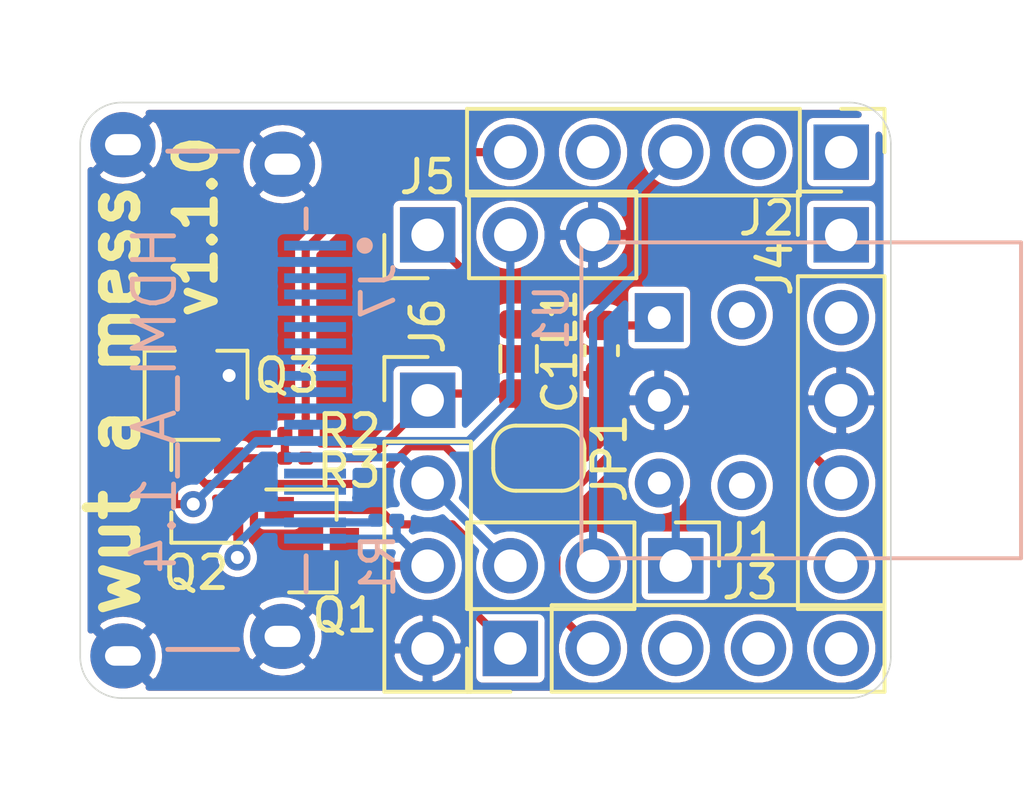
<source format=kicad_pcb>
(kicad_pcb (version 20241229) (generator "pcbnew") (generator_version "9.0")
  (layers (0 "F.Cu" signal) (2 "B.Cu" signal) (13 "F.Paste" user) (15 "B.Paste" user) (5 "F.SilkS" user) (7 "B.SilkS" user) (1 "F.Mask" user) (3 "B.Mask" user) (25 "Edge.Cuts" user))
  (net 0 "")
  (net 1 "GND")
  (net 2 "Net-(C1-Pad1)")
  (net 3 "/ARC")
  (net 4 "/SPDIF_IN")
  (net 5 "/TOSLINK_RX")
  (net 6 "/DIO17")
  (net 7 "/DIO16")
  (net 8 "/DIO14")
  (net 9 "/DIO13")
  (net 10 "/DIO12")
  (net 11 "/DIO11")
  (net 12 "/DIO10")
  (net 13 "/DIO9")
  (net 14 "/DIO8")
  (net 15 "/VBat")
  (net 16 "+3V3")
  (net 17 "/Program")
  (net 18 "/OnOff")
  (net 19 "/CEC")
  (net 20 "/HPD")
  (net 21 "Net-(J7-Pad1)")
  (net 22 "Net-(J7-Pad3)")
  (net 23 "Net-(J7-Pad4)")
  (net 24 "Net-(J7-Pad6)")
  (net 25 "Net-(J7-Pad7)")
  (net 26 "Net-(J7-Pad9)")
  (net 27 "Net-(J7-Pad10)")
  (net 28 "Net-(J7-Pad12)")
  (net 29 "Net-(J7-Pad15)")
  (net 30 "Net-(J7-Pad16)")
  (net 31 "+5V")
  (net 32 "Net-(Q2-Pad2)")
  (footprint "Capacitor_SMD:C_0603_1608Metric" (layer "F.Cu") (at 150.114 72.136 -90)
    (property "Reference" "C1" (at 0.9525 1.27 270) (layer "F.SilkS"))
    (property "Value" "100nF")
    (fp_line (start -0.14058 0.51) (end 0.14058 0.51) (stroke (width 0.12)) (layer "F.SilkS"))
    (fp_line (start -0.14058 -0.51) (end 0.14058 -0.51) (stroke (width 0.12)) (layer "F.SilkS"))
    (pad "1" smd roundrect (at -0.775 0 270) (size 0.9 0.95) (layers "F.Cu" "F.Mask" "F.Paste") (net 2 "Net-(C1-Pad1)"))
    (pad "2" smd roundrect (at 0.775 0 270) (size 0.9 0.95) (layers "F.Cu" "F.Mask" "F.Paste") (net 1 "GND"))
  )
  (footprint "Connector_PinHeader_2.54mm:PinHeader_1x05_P2.54mm_Vertical" (layer "F.Cu") (at 147.32 81.28 90)
    (property "Reference" "J3" (at 2.032 7.366 180) (layer "F.SilkS"))
    (property "Value" "Conn_01x05")
    (fp_line (start -1.33 -1.33) (end 0 -1.33) (stroke (width 0.12)) (layer "F.SilkS"))
    (fp_line (start -1.33 0) (end -1.33 -1.33) (stroke (width 0.12)) (layer "F.SilkS"))
    (fp_line (start 1.33 1.27) (end 1.33 11.49) (stroke (width 0.12)) (layer "F.SilkS"))
    (fp_line (start -1.33 1.27) (end 1.33 1.27) (stroke (width 0.12)) (layer "F.SilkS"))
    (fp_line (start -1.33 1.27) (end -1.33 11.49) (stroke (width 0.12)) (layer "F.SilkS"))
    (fp_line (start -1.33 11.49) (end 1.33 11.49) (stroke (width 0.12)) (layer "F.SilkS"))
    (pad "1" thru_hole rect (at 0 0 90) (size 1.7 1.7) (drill 1) (layers "*.Cu" "*.Mask") (net 14 "/DIO8"))
    (pad "2" thru_hole oval (at 0 2.54 90) (size 1.7 1.7) (drill 1) (layers "*.Cu" "*.Mask") (net 13 "/DIO9"))
    (pad "3" thru_hole oval (at 0 5.08 90) (size 1.7 1.7) (drill 1) (layers "*.Cu" "*.Mask") (net 12 "/DIO10"))
    (pad "4" thru_hole oval (at 0 7.62 90) (size 1.7 1.7) (drill 1) (layers "*.Cu" "*.Mask") (net 11 "/DIO11"))
    (pad "5" thru_hole oval (at 0 10.16 90) (size 1.7 1.7) (drill 1) (layers "*.Cu" "*.Mask") (net 10 "/DIO12"))
  )
  (footprint "Connector_PinHeader_2.54mm:PinHeader_1x05_P2.54mm_Vertical" (layer "F.Cu") (at 157.48 68.58)
    (property "Reference" "J4" (at -2.032 1.016 90) (layer "F.SilkS"))
    (property "Value" "Conn_01x05")
    (fp_line (start -1.33 -1.33) (end 0 -1.33) (stroke (width 0.12)) (layer "F.SilkS"))
    (fp_line (start -1.33 0) (end -1.33 -1.33) (stroke (width 0.12)) (layer "F.SilkS"))
    (fp_line (start -1.33 1.27) (end -1.33 11.49) (stroke (width 0.12)) (layer "F.SilkS"))
    (fp_line (start -1.33 1.27) (end 1.33 1.27) (stroke (width 0.12)) (layer "F.SilkS"))
    (fp_line (start -1.33 11.49) (end 1.33 11.49) (stroke (width 0.12)) (layer "F.SilkS"))
    (fp_line (start 1.33 1.27) (end 1.33 11.49) (stroke (width 0.12)) (layer "F.SilkS"))
    (pad "1" thru_hole rect (at 0 0) (size 1.7 1.7) (drill 1) (layers "*.Cu" "*.Mask") (net 18 "/OnOff"))
    (pad "2" thru_hole oval (at 0 2.54) (size 1.7 1.7) (drill 1) (layers "*.Cu" "*.Mask") (net 17 "/Program"))
    (pad "3" thru_hole oval (at 0 5.08) (size 1.7 1.7) (drill 1) (layers "*.Cu" "*.Mask") (net 1 "GND"))
    (pad "4" thru_hole oval (at 0 7.62) (size 1.7 1.7) (drill 1) (layers "*.Cu" "*.Mask") (net 16 "+3V3"))
    (pad "5" thru_hole oval (at 0 10.16) (size 1.7 1.7) (drill 1) (layers "*.Cu" "*.Mask") (net 15 "/VBat"))
  )
  (footprint "Jumper:SolderJumper-2_P1.3mm_Bridged_RoundedPad1.0x1.5mm" (layer "F.Cu") (at 148.194 75.438 180)
    (property "Reference" "JP1" (at -2.174 0 90) (layer "F.SilkS"))
    (property "Value" "Jumper_NC_Small")
    (fp_poly (pts (xy 0.25 -0.3) (xy -0.25 -0.3) (xy -0.25 0.3) (xy 0.25 0.3)) (fill yes) (layer "F.Cu"))
    (fp_line (start 1.4 -0.3) (end 1.4 0.3) (stroke (width 0.12)) (layer "F.SilkS"))
    (fp_line (start 0.7 1) (end -0.7 1) (stroke (width 0.12)) (layer "F.SilkS"))
    (fp_line (start -0.7 -1) (end 0.7 -1) (stroke (width 0.12)) (layer "F.SilkS"))
    (fp_line (start -1.4 0.3) (end -1.4 -0.3) (stroke (width 0.12)) (layer "F.SilkS"))
    (fp_arc (start 1.4 0.3) (mid 1.194975 0.794975) (end 0.7 1) (stroke (width 0.12)) (layer "F.SilkS"))
    (fp_arc (start 0.7 -1) (mid 1.194975 -0.794975) (end 1.4 -0.3) (stroke (width 0.12)) (layer "F.SilkS"))
    (fp_arc (start -0.7 1) (mid -1.194975 0.794975) (end -1.4 0.3) (stroke (width 0.12)) (layer "F.SilkS"))
    (fp_arc (start -1.4 -0.3) (mid -1.194975 -0.794975) (end -0.7 -1) (stroke (width 0.12)) (layer "F.SilkS"))
    (pad "1" smd custom (at -0.65 0 180) (size 1 0.5) (layers "F.Cu" "F.Mask") (net 2 "Net-(C1-Pad1)") (options (clearance outline) (anchor rect)) (primitives (gr_circle (center 0 0.25) (end 0.5 0.25) (width 0) (fill yes)) (gr_circle (center 0 -0.25) (end 0.5 -0.25) (width 0) (fill yes)) (gr_poly (pts (xy 0 -0.75) (xy 0.5 -0.75) (xy 0.5 0.75) (xy 0 0.75)) (width 0) (fill yes))))
    (pad "2" smd custom (at 0.65 0 180) (size 1 0.5) (layers "F.Cu" "F.Mask") (net 16 "+3V3") (options (clearance outline) (anchor rect)) (primitives (gr_circle (center 0 0.25) (end 0.5 0.25) (width 0) (fill yes)) (gr_circle (center 0 -0.25) (end 0.5 -0.25) (width 0) (fill yes)) (gr_poly (pts (xy 0 -0.75) (xy -0.5 -0.75) (xy -0.5 0.75) (xy 0 0.75)) (width 0) (fill yes))))
  )
  (footprint "Connector_PinHeader_2.54mm:PinHeader_1x05_P2.54mm_Vertical" (layer "F.Cu") (at 157.48 66.04 -90)
    (property "Reference" "J2" (at 2.032 2.286 180) (layer "F.SilkS"))
    (property "Value" "Conn_01x05")
    (fp_line (start -1.33 11.49) (end 1.33 11.49) (stroke (width 0.12)) (layer "F.SilkS"))
    (fp_line (start -1.33 1.27) (end -1.33 11.49) (stroke (width 0.12)) (layer "F.SilkS"))
    (fp_line (start -1.33 1.27) (end 1.33 1.27) (stroke (width 0.12)) (layer "F.SilkS"))
    (fp_line (start 1.33 1.27) (end 1.33 11.49) (stroke (width 0.12)) (layer "F.SilkS"))
    (fp_line (start -1.33 0) (end -1.33 -1.33) (stroke (width 0.12)) (layer "F.SilkS"))
    (fp_line (start -1.33 -1.33) (end 0 -1.33) (stroke (width 0.12)) (layer "F.SilkS"))
    (pad "1" thru_hole rect (at 0 0 270) (size 1.7 1.7) (drill 1) (layers "*.Cu" "*.Mask") (net 9 "/DIO13"))
    (pad "2" thru_hole oval (at 0 2.54 270) (size 1.7 1.7) (drill 1) (layers "*.Cu" "*.Mask") (net 8 "/DIO14"))
    (pad "3" thru_hole oval (at 0 5.08 270) (size 1.7 1.7) (drill 1) (layers "*.Cu" "*.Mask") (net 4 "/SPDIF_IN"))
    (pad "4" thru_hole oval (at 0 7.62 270) (size 1.7 1.7) (drill 1) (layers "*.Cu" "*.Mask") (net 7 "/DIO16"))
    (pad "5" thru_hole oval (at 0 10.16 270) (size 1.7 1.7) (drill 1) (layers "*.Cu" "*.Mask") (net 6 "/DIO17"))
  )
  (footprint "Connector_PinHeader_2.54mm:PinHeader_1x03_P2.54mm_Vertical" (layer "F.Cu") (at 152.4 78.74 -90)
    (property "Reference" "J1" (at -0.762 -2.286 180) (layer "F.SilkS"))
    (property "Value" "Conn_01x03")
    (fp_line (start -1.33 6.41) (end 1.33 6.41) (stroke (width 0.12)) (layer "F.SilkS"))
    (fp_line (start -1.33 1.27) (end -1.33 6.41) (stroke (width 0.12)) (layer "F.SilkS"))
    (fp_line (start -1.33 1.27) (end 1.33 1.27) (stroke (width 0.12)) (layer "F.SilkS"))
    (fp_line (start 1.33 1.27) (end 1.33 6.41) (stroke (width 0.12)) (layer "F.SilkS"))
    (fp_line (start -1.33 0) (end -1.33 -1.33) (stroke (width 0.12)) (layer "F.SilkS"))
    (fp_line (start -1.33 -1.33) (end 0 -1.33) (stroke (width 0.12)) (layer "F.SilkS"))
    (pad "1" thru_hole rect (at 0 0 270) (size 1.7 1.7) (drill 1) (layers "*.Cu" "*.Mask") (net 5 "/TOSLINK_RX"))
    (pad "2" thru_hole oval (at 0 2.54 270) (size 1.7 1.7) (drill 1) (layers "*.Cu" "*.Mask") (net 4 "/SPDIF_IN"))
    (pad "3" thru_hole oval (at 0 5.08 270) (size 1.7 1.7) (drill 1) (layers "*.Cu" "*.Mask") (net 3 "/ARC"))
  )
  (footprint "Connector_PinHeader_2.54mm:PinHeader_1x04_P2.54mm_Vertical" (layer "F.Cu") (at 144.78 73.66)
    (property "Reference" "J6" (at 0 -2.286 90) (layer "F.SilkS"))
    (property "Value" "Conn_01x04")
    (fp_line (start -1.33 -1.33) (end 0 -1.33) (stroke (width 0.12)) (layer "F.SilkS"))
    (fp_line (start -1.33 0) (end -1.33 -1.33) (stroke (width 0.12)) (layer "F.SilkS"))
    (fp_line (start -1.33 1.27) (end -1.33 8.95) (stroke (width 0.12)) (layer "F.SilkS"))
    (fp_line (start -1.33 1.27) (end 1.33 1.27) (stroke (width 0.12)) (layer "F.SilkS"))
    (fp_line (start -1.33 8.95) (end 1.33 8.95) (stroke (width 0.12)) (layer "F.SilkS"))
    (fp_line (start 1.33 1.27) (end 1.33 8.95) (stroke (width 0.12)) (layer "F.SilkS"))
    (pad "1" thru_hole rect (at 0 0) (size 1.7 1.7) (drill 1) (layers "*.Cu" "*.Mask") (net 16 "+3V3"))
    (pad "2" thru_hole oval (at 0 2.54) (size 1.7 1.7) (drill 1) (layers "*.Cu" "*.Mask") (net 3 "/ARC"))
    (pad "3" thru_hole oval (at 0 5.08) (size 1.7 1.7) (drill 1) (layers "*.Cu" "*.Mask") (net 20 "/HPD"))
    (pad "4" thru_hole oval (at 0 7.62) (size 1.7 1.7) (drill 1) (layers "*.Cu" "*.Mask") (net 1 "GND"))
  )
  (footprint "Inductor_SMD:L_0805_2012Metric" (layer "F.Cu") (at 147.574 72.39 90)
    (property "Reference" "L1" (at 1.27 1.27 270) (layer "F.SilkS"))
    (property "Value" "47uH")
    (fp_line (start -0.399622 -0.56) (end 0.399622 -0.56) (stroke (width 0.12)) (layer "F.SilkS"))
    (fp_line (start -0.399622 0.56) (end 0.399622 0.56) (stroke (width 0.12)) (layer "F.SilkS"))
    (pad "1" smd roundrect (at -1.0625 0 90) (size 0.875 1.2) (layers "F.Cu" "F.Mask" "F.Paste") (net 16 "+3V3"))
    (pad "2" smd roundrect (at 1.0625 0 90) (size 0.875 1.2) (layers "F.Cu" "F.Mask" "F.Paste") (net 2 "Net-(C1-Pad1)"))
  )
  (footprint "Package_TO_SOT_SMD:SOT-23" (layer "F.Cu") (at 141.224 77.978)
    (property "Reference" "Q1" (at 1.016 2.286 0) (layer "F.SilkS"))
    (property "Value" "BSS138")
    (fp_line (start 0.76 -1.58) (end -1.4 -1.58) (stroke (width 0.12)) (layer "F.SilkS"))
    (fp_line (start 0.76 -1.58) (end 0.76 -0.65) (stroke (width 0.12)) (layer "F.SilkS"))
    (fp_line (start 0.76 1.58) (end -0.7 1.58) (stroke (width 0.12)) (layer "F.SilkS"))
    (fp_line (start 0.76 1.58) (end 0.76 0.65) (stroke (width 0.12)) (layer "F.SilkS"))
    (pad "1" smd rect (at -1 -0.95) (size 0.9 0.8) (layers "F.Cu" "F.Mask" "F.Paste") (net 14 "/DIO8"))
    (pad "2" smd rect (at -1 0.95) (size 0.9 0.8) (layers "F.Cu" "F.Mask" "F.Paste") (net 1 "GND"))
    (pad "3" smd rect (at 1 0) (size 0.9 0.8) (layers "F.Cu" "F.Mask" "F.Paste") (net 20 "/HPD"))
  )
  (footprint "Resistor_SMD:R_0201_0603Metric" (layer "F.Cu") (at 140.716 74.676)
    (property "Reference" "R2" (at 1.651 -0.0635 0) (layer "F.SilkS"))
    (property "Value" "0")
    (pad "1" smd roundrect (at -0.32 0) (size 0.46 0.4) (layers "F.Cu" "F.Mask") (net 32 "Net-(Q2-Pad2)"))
    (pad "2" smd roundrect (at 0.32 0) (size 0.46 0.4) (layers "F.Cu" "F.Mask") (net 6 "/DIO17"))
  )
  (footprint "Resistor_SMD:R_0201_0603Metric" (layer "F.Cu") (at 140.716 75.438)
    (property "Reference" "R3" (at 1.651 0.381 0) (layer "F.SilkS"))
    (property "Value" "27k")
    (pad "1" smd roundrect (at -0.32 0) (size 0.46 0.4) (layers "F.Cu" "F.Mask") (net 32 "Net-(Q2-Pad2)"))
    (pad "2" smd roundrect (at 0.32 0) (size 0.46 0.4) (layers "F.Cu" "F.Mask") (net 16 "+3V3"))
  )
  (footprint "Package_TO_SOT_SMD:SOT-23" (layer "F.Cu") (at 137.668 76.454 180)
    (property "Reference" "Q2" (at 0 -2.5 0) (layer "F.SilkS"))
    (property "Value" "BSS138")
    (fp_line (start 0.76 1.58) (end 0.76 0.65) (stroke (width 0.12)) (layer "F.SilkS"))
    (fp_line (start 0.76 1.58) (end -0.7 1.58) (stroke (width 0.12)) (layer "F.SilkS"))
    (fp_line (start 0.76 -1.58) (end 0.76 -0.65) (stroke (width 0.12)) (layer "F.SilkS"))
    (fp_line (start 0.76 -1.58) (end -1.4 -1.58) (stroke (width 0.12)) (layer "F.SilkS"))
    (pad "1" smd rect (at -1 -0.95 180) (size 0.9 0.8) (layers "F.Cu" "F.Mask" "F.Paste") (net 31 "+5V"))
    (pad "2" smd rect (at -1 0.95 180) (size 0.9 0.8) (layers "F.Cu" "F.Mask" "F.Paste") (net 32 "Net-(Q2-Pad2)"))
    (pad "3" smd rect (at 1 0 180) (size 0.9 0.8) (layers "F.Cu" "F.Mask" "F.Paste") (net 19 "/CEC"))
  )
  (footprint "Package_TO_SOT_SMD:SOT-23" (layer "F.Cu") (at 137.668 72.898 90)
    (property "Reference" "Q3" (at 0 2.794 180) (layer "F.SilkS"))
    (property "Value" "BSS138")
    (fp_line (start 0.76 -1.58) (end -1.4 -1.58) (stroke (width 0.12)) (layer "F.SilkS"))
    (fp_line (start 0.76 -1.58) (end 0.76 -0.65) (stroke (width 0.12)) (layer "F.SilkS"))
    (fp_line (start 0.76 1.58) (end 0.76 0.65) (stroke (width 0.12)) (layer "F.SilkS"))
    (fp_line (start 0.76 1.58) (end -0.7 1.58) (stroke (width 0.12)) (layer "F.SilkS"))
    (pad "1" smd rect (at -1 -0.95 90) (size 0.9 0.8) (layers "F.Cu" "F.Mask" "F.Paste") (net 31 "+5V"))
    (pad "2" smd rect (at -1 0.95 90) (size 0.9 0.8) (layers "F.Cu" "F.Mask" "F.Paste") (net 1 "GND"))
    (pad "3" smd rect (at 1 0 90) (size 0.9 0.8) (layers "F.Cu" "F.Mask" "F.Paste") (net 13 "/DIO9"))
  )
  (footprint "Connector_PinHeader_2.54mm:PinHeader_1x03_P2.54mm_Vertical" (layer "F.Cu") (at 144.78 68.58 90)
    (property "Reference" "J5" (at 1.778 0 0) (layer "F.SilkS"))
    (property "Value" "Conn_01x03")
    (fp_line (start -1.33 -1.33) (end 0 -1.33) (stroke (width 0.12)) (layer "F.SilkS"))
    (fp_line (start -1.33 0) (end -1.33 -1.33) (stroke (width 0.12)) (layer "F.SilkS"))
    (fp_line (start 1.33 1.27) (end 1.33 6.41) (stroke (width 0.12)) (layer "F.SilkS"))
    (fp_line (start -1.33 1.27) (end 1.33 1.27) (stroke (width 0.12)) (layer "F.SilkS"))
    (fp_line (start -1.33 1.27) (end -1.33 6.41) (stroke (width 0.12)) (layer "F.SilkS"))
    (fp_line (start -1.33 6.41) (end 1.33 6.41) (stroke (width 0.12)) (layer "F.SilkS"))
    (pad "1" thru_hole rect (at 0 0 90) (size 1.7 1.7) (drill 1) (layers "*.Cu" "*.Mask") (net 16 "+3V3"))
    (pad "2" thru_hole oval (at 0 2.54 90) (size 1.7 1.7) (drill 1) (layers "*.Cu" "*.Mask") (net 19 "/CEC"))
    (pad "3" thru_hole oval (at 0 5.08 90) (size 1.7 1.7) (drill 1) (layers "*.Cu" "*.Mask") (net 1 "GND"))
  )
  (footprint "teensy-toslink-receiver:Amphenol_ICC-10029449-001RLF-MFG" (layer "B.Cu") (at 136.398 73.66 90)
    (property "Reference" "J7" (at 4.318 6.858 270) (layer "B.SilkS") (effects (justify left mirror)))
    (property "Value" "HDMI_A_1.4" (at 0 0 270) (layer "B.SilkS") (effects (font (size 1.27 1.27)) (justify mirror)))
    (fp_line (start 7.65 0.4) (end 7.65 2.55) (stroke (width 0.15)) (layer "B.SilkS"))
    (fp_line (start -7.65 0.4) (end -7.65 2.55) (stroke (width 0.15)) (layer "B.SilkS"))
    (fp_line (start 5.275 4.65) (end 5.875 4.65) (stroke (width 0.15)) (layer "B.SilkS"))
    (fp_line (start -5.875 4.65) (end -4.775 4.65) (stroke (width 0.15)) (layer "B.SilkS"))
    (fp_circle (center 4.75 6.45) (end 4.875 6.45) (stroke (width 0.25)) (fill no) (layer "B.SilkS"))
    (pad "1" smd rect (at 4.75 4.925 90) (size 0.3 1.9) (layers "B.Cu" "B.Mask" "B.Paste") (net 21 "Net-(J7-Pad1)"))
    (pad "2" smd rect (at 4.25 4.925 90) (size 0.3 1.9) (layers "B.Cu" "B.Mask" "B.Paste") (net 1 "GND"))
    (pad "3" smd rect (at 3.75 4.925 90) (size 0.3 1.9) (layers "B.Cu" "B.Mask" "B.Paste") (net 22 "Net-(J7-Pad3)"))
    (pad "4" smd rect (at 3.25 4.925 90) (size 0.3 1.9) (layers "B.Cu" "B.Mask" "B.Paste") (net 23 "Net-(J7-Pad4)"))
    (pad "5" smd rect (at 2.75 4.925 90) (size 0.3 1.9) (layers "B.Cu" "B.Mask" "B.Paste") (net 1 "GND"))
    (pad "6" smd rect (at 2.25 4.925 90) (size 0.3 1.9) (layers "B.Cu" "B.Mask" "B.Paste") (net 24 "Net-(J7-Pad6)"))
    (pad "7" smd rect (at 1.75 4.925 90) (size 0.3 1.9) (layers "B.Cu" "B.Mask" "B.Paste") (net 25 "Net-(J7-Pad7)"))
    (pad "8" smd rect (at 1.25 4.925 90) (size 0.3 1.9) (layers "B.Cu" "B.Mask" "B.Paste") (net 1 "GND"))
    (pad "9" smd rect (at 0.75 4.925 90) (size 0.3 1.9) (layers "B.Cu" "B.Mask" "B.Paste") (net 26 "Net-(J7-Pad9)"))
    (pad "10" smd rect (at 0.25 4.925 90) (size 0.3 1.9) (layers "B.Cu" "B.Mask" "B.Paste") (net 27 "Net-(J7-Pad10)"))
    (pad "11" smd rect (at -0.25 4.925 90) (size 0.3 1.9) (layers "B.Cu" "B.Mask" "B.Paste") (net 1 "GND"))
    (pad "12" smd rect (at -0.75 4.925 90) (size 0.3 1.9) (layers "B.Cu" "B.Mask" "B.Paste") (net 28 "Net-(J7-Pad12)"))
    (pad "13" smd rect (at -1.25 4.925 90) (size 0.3 1.9) (layers "B.Cu" "B.Mask" "B.Paste") (net 19 "/CEC"))
    (pad "14" smd rect (at -1.75 4.925 90) (size 0.3 1.9) (layers "B.Cu" "B.Mask" "B.Paste") (net 3 "/ARC"))
    (pad "15" smd rect (at -2.25 4.925 90) (size 0.3 1.9) (layers "B.Cu" "B.Mask" "B.Paste") (net 29 "Net-(J7-Pad15)"))
    (pad "16" smd rect (at -2.75 4.925 90) (size 0.3 1.9) (layers "B.Cu" "B.Mask" "B.Paste") (net 30 "Net-(J7-Pad16)"))
    (pad "17" smd rect (at -3.25 4.925 90) (size 0.3 1.9) (layers "B.Cu" "B.Mask" "B.Paste") (net 1 "GND"))
    (pad "18" smd rect (at -3.75 4.925 90) (size 0.3 1.9) (layers "B.Cu" "B.Mask" "B.Paste") (net 31 "+5V"))
    (pad "19" smd rect (at -4.25 4.925 90) (size 0.3 1.9) (layers "B.Cu" "B.Mask" "B.Paste") (net 20 "/HPD"))
    (pad "M1" thru_hole circle (at -7.25 3.925 90) (size 2 2) (drill oval 0.65 1.1) (layers "*.Cu" "*.Mask") (net 1 "GND"))
    (pad "M2" thru_hole circle (at 7.25 3.925 90) (size 2 2) (drill oval 0.65 1.1) (layers "*.Cu" "*.Mask") (net 1 "GND"))
    (pad "M3" thru_hole circle (at -7.85 -0.975 90) (size 2 2) (drill oval 0.6 1.1) (layers "*.Cu" "*.Mask") (net 1 "GND"))
    (pad "M4" thru_hole circle (at 7.85 -0.975 90) (size 2 2) (drill oval 0.65 1.1) (layers "*.Cu" "*.Mask") (net 1 "GND"))
  )
  (footprint "teensy-toslink-receiver:Everlight_PLR135-T10" (layer "B.Cu") (at 151.892 73.66 90)
    (property "Reference" "U1" (at 2.54 -3.302 270) (layer "B.SilkS") (effects (justify mirror)))
    (property "Value" "PLR135-T10")
    (fp_line (start 4.85 -2.39) (end 4.85 11.11) (stroke (width 0.12)) (layer "B.SilkS"))
    (fp_line (start -4.85 -2.39) (end 4.85 -2.39) (stroke (width 0.12)) (layer "B.SilkS"))
    (fp_line (start -4.85 -2.39) (end -4.85 11.11) (stroke (width 0.12)) (layer "B.SilkS"))
    (fp_line (start 4.85 11.11) (end -4.85 11.11) (stroke (width 0.12)) (layer "B.SilkS"))
    (pad "1" thru_hole rect (at 2.54 0 90) (size 1.5 1.5) (drill 0.7) (layers "*.Cu" "*.Mask") (net 2 "Net-(C1-Pad1)"))
    (pad "2" thru_hole oval (at 0 0 90) (size 1.5 1.5) (drill 0.7) (layers "*.Cu" "*.Mask") (net 1 "GND"))
    (pad "3" thru_hole oval (at -2.54 0 90) (size 1.5 1.5) (drill 0.7) (layers "*.Cu" "*.Mask") (net 5 "/TOSLINK_RX"))
    (pad "4" thru_hole circle (at 2.62 2.54 90) (size 1.5 1.5) (drill 0.8) (layers "*.Cu" "*.Mask"))
    (pad "5" thru_hole circle (at -2.62 2.54 90) (size 1.5 1.5) (drill 0.8) (layers "*.Cu" "*.Mask"))
  )
  (footprint "Resistor_SMD:R_0201_0603Metric" (layer "B.Cu") (at 143.51 77.343)
    (property "Reference" "R1" (at -0.254 1.397 90) (layer "B.SilkS") (effects (justify mirror)))
    (property "Value" "27k")
    (pad "1" smd roundrect (at -0.32 0) (size 0.46 0.4) (layers "B.Cu" "B.Mask") (net 31 "+5V"))
    (pad "2" smd roundrect (at 0.32 0) (size 0.46 0.4) (layers "B.Cu" "B.Mask") (net 20 "/HPD"))
  )
  (gr_line (start 134.112 81.534) (end 134.112 65.786) (stroke (width 0.05)) (layer "Edge.Cuts"))
  (gr_line (start 157.734 64.516) (end 135.382 64.516) (stroke (width 0.05)) (layer "Edge.Cuts"))
  (gr_arc (start 135.382 82.804) (mid 134.483974 82.432026) (end 134.112 81.534) (stroke (width 0.05)) (layer "Edge.Cuts"))
  (gr_arc (start 159.004 81.534) (mid 158.632026 82.432026) (end 157.734 82.804) (stroke (width 0.05)) (layer "Edge.Cuts"))
  (gr_line (start 159.004 81.534) (end 159.004 65.786) (stroke (width 0.05)) (layer "Edge.Cuts"))
  (gr_arc (start 157.734 64.516) (mid 158.632026 64.887974) (end 159.004 65.786) (stroke (width 0.05)) (layer "Edge.Cuts"))
  (gr_arc (start 134.112 65.786) (mid 134.483974 64.887974) (end 135.382 64.516) (stroke (width 0.05)) (layer "Edge.Cuts"))
  (gr_line (start 157.734 82.804) (end 135.382 82.804) (stroke (width 0.05)) (layer "Edge.Cuts"))
  (gr_text "v1.1.0" (at 137.668 68.326 90) (layer "F.SilkS") (effects (font (size 1.2 1.2) (thickness 0.25))))
  (gr_text "wut a mess" (at 135.128 73.66 90) (layer "F.SilkS") (effects (font (size 1.5 1.5) (thickness 0.3))))
  (segment (start 138.618 73.898) (end 138.618 72.964) (width 0.25) (layer "F.Cu") (net 1))
  (segment (start 138.618 72.964) (end 138.684 72.898) (width 0.25) (layer "F.Cu") (net 1))
  (segment (start 150.114 73.165) (end 150.127 73.165) (width 0.25) (layer "F.Cu") (net 1))
  (segment (start 151.651 73.901) (end 151.892 73.66) (width 0.25) (layer "F.Cu") (net 1))
  (via (at 138.684 72.898) (size 0.8) (drill 0.4) (layers "F.Cu" "B.Cu") (net 1))
  (segment (start 138.684 72.898) (end 139.172 72.41) (width 0.25) (layer "B.Cu") (net 1))
  (segment (start 139.68 72.41) (end 141.323 72.41) (width 0.25) (layer "B.Cu") (net 1))
  (segment (start 148.844 75.438) (end 148.844 72.136) (width 0.25) (layer "F.Cu") (net 2))
  (segment (start 150.114 71.361) (end 149.619 71.361) (width 0.25) (layer "F.Cu") (net 2))
  (segment (start 147.574 71.3275) (end 150.0805 71.3275) (width 0.25) (layer "F.Cu") (net 2))
  (segment (start 150.0805 71.3275) (end 150.114 71.361) (width 0.25) (layer "F.Cu") (net 2))
  (segment (start 150.114 71.361) (end 151.651 71.361) (width 0.25) (layer "F.Cu") (net 2))
  (segment (start 149.619 71.361) (end 148.844 72.136) (width 0.25) (layer "F.Cu") (net 2))
  (segment (start 151.651 71.361) (end 151.892 71.12) (width 0.25) (layer "F.Cu") (net 2))
  (segment (start 149.8265 71.3275) (end 150.114 71.615) (width 0.25) (layer "F.Cu") (net 2))
  (segment (start 141.323 75.41) (end 143.99 75.41) (width 0.25) (layer "B.Cu") (net 3))
  (segment (start 143.99 75.41) (end 144.78 76.2) (width 0.25) (layer "B.Cu") (net 3))
  (segment (start 147.32 78.74) (end 144.78 76.2) (width 0.25) (layer "B.Cu") (net 3))
  (segment (start 152.4 66.04) (end 152.4 66.548) (width 0.25) (layer "F.Cu") (net 4))
  (segment (start 149.86 71.066998) (end 151.224999 69.701999) (width 0.25) (layer "B.Cu") (net 4))
  (segment (start 149.86 78.74) (end 149.86 71.066998) (width 0.25) (layer "B.Cu") (net 4))
  (segment (start 151.224999 67.215001) (end 152.4 66.04) (width 0.25) (layer "B.Cu") (net 4))
  (segment (start 151.224999 69.701999) (end 151.224999 67.215001) (width 0.25) (layer "B.Cu") (net 4))
  (segment (start 152.4 78.74) (end 152.4 76.708) (width 0.25) (layer "B.Cu") (net 5))
  (segment (start 152.4 76.708) (end 151.892 76.2) (width 0.25) (layer "B.Cu") (net 5))
  (segment (start 141.036 74.168) (end 141.036 74.676) (width 0.25) (layer "F.Cu") (net 6))
  (segment (start 141.036 74.168) (end 141.036 69.022) (width 0.25) (layer "F.Cu") (net 6))
  (segment (start 141.036 69.022) (end 144.018 66.04) (width 0.25) (layer "F.Cu") (net 6))
  (segment (start 144.018 66.04) (end 147.32 66.04) (width 0.25) (layer "F.Cu") (net 6))
  (segment (start 145.321153 75.072599) (end 144.238846 75.072599) (width 0.25) (layer "F.Cu") (net 13))
  (segment (start 143.082444 76.229001) (end 137.957999 76.229001) (width 0.25) (layer "F.Cu") (net 13))
  (segment (start 137.668 75.939002) (end 137.668 71.898) (width 0.25) (layer "F.Cu") (net 13))
  (segment (start 148.732599 80.152599) (end 148.732599 78.484045) (width 0.25) (layer "F.Cu") (net 13))
  (segment (start 149.86 81.28) (end 148.732599 80.152599) (width 0.25) (layer "F.Cu") (net 13))
  (segment (start 148.732599 78.484045) (end 145.321153 75.072599) (width 0.25) (layer "F.Cu") (net 13))
  (segment (start 137.957999 76.229001) (end 137.668 75.939002) (width 0.25) (layer "F.Cu") (net 13))
  (segment (start 144.238846 75.072599) (end 143.082444 76.229001) (width 0.25) (layer "F.Cu") (net 13))
  (segment (start 145.542 77.47) (end 143.764 77.47) (width 0.25) (layer "F.Cu") (net 14))
  (segment (start 146.05 80.01) (end 146.05 77.978) (width 0.25) (layer "F.Cu") (net 14))
  (segment (start 146.05 77.978) (end 145.542 77.47) (width 0.25) (layer "F.Cu") (net 14))
  (segment (start 143.764 77.47) (end 143.322 77.028) (width 0.25) (layer "F.Cu") (net 14))
  (segment (start 147.32 81.28) (end 146.05 80.01) (width 0.25) (layer "F.Cu") (net 14))
  (segment (start 143.322 77.028) (end 140.224 77.028) (width 0.25) (layer "F.Cu") (net 14))
  (segment (start 147.574 75.408) (end 147.544 75.438) (width 0.25) (layer "F.Cu") (net 16))
  (segment (start 157.48 76.2) (end 156.404999 75.124999) (width 0.25) (layer "F.Cu") (net 16))
  (segment (start 147.574 73.4525) (end 147.574 75.408) (width 0.25) (layer "F.Cu") (net 16))
  (segment (start 146.05 73.406) (end 146.05 69.85) (width 0.25) (layer "F.Cu") (net 16))
  (segment (start 156.404999 75.124999) (end 150.570339 75.124999) (width 0.25) (layer "F.Cu") (net 16))
  (segment (start 146.0965 73.4525) (end 144.9875 73.4525) (width 0.25) (layer "F.Cu") (net 16))
  (segment (start 144.9875 73.4525) (end 144.78 73.66) (width 0.25) (layer "F.Cu") (net 16))
  (segment (start 147.574 73.4525) (end 146.0965 73.4525) (width 0.25) (layer "F.Cu") (net 16))
  (segment (start 147.544 76.185592) (end 147.544 75.438) (width 0.25) (layer "F.Cu") (net 16))
  (segment (start 150.570339 75.124999) (end 149.182328 76.51301) (width 0.25) (layer "F.Cu") (net 16))
  (segment (start 143.002 75.438) (end 144.78 73.66) (width 0.25) (layer "F.Cu") (net 16))
  (segment (start 146.05 69.85) (end 144.78 68.58) (width 0.25) (layer "F.Cu") (net 16))
  (segment (start 141.036 75.438) (end 143.002 75.438) (width 0.25) (layer "F.Cu") (net 16))
  (segment (start 147.871418 76.51301) (end 147.544 76.185592) (width 0.25) (layer "F.Cu") (net 16))
  (segment (start 149.182328 76.51301) (end 147.871418 76.51301) (width 0.25) (layer "F.Cu") (net 16))
  (segment (start 146.0965 73.4525) (end 146.05 73.406) (width 0.25) (layer "F.Cu") (net 16))
  (segment (start 137.063205 76.849205) (end 136.668 76.454) (width 0.25) (layer "F.Cu") (net 19))
  (segment (start 137.582509 76.849205) (end 137.063205 76.849205) (width 0.25) (layer "F.Cu") (net 19))
  (via (at 137.582509 76.849205) (size 0.8) (drill 0.4) (layers "F.Cu" "B.Cu") (net 19))
  (segment (start 146.03 74.91) (end 147.32 73.62) (width 0.25) (layer "B.Cu") (net 19))
  (segment (start 147.32 73.62) (end 147.32 68.58) (width 0.25) (layer "B.Cu") (net 19))
  (segment (start 139.521714 74.91) (end 137.582509 76.849205) (width 0.25) (layer "B.Cu") (net 19))
  (segment (start 141.323 74.91) (end 146.03 74.91) (width 0.25) (layer "B.Cu") (net 19))
  (segment (start 141.323 74.91) (end 139.521714 74.91) (width 0.25) (layer "B.Cu") (net 19))
  (segment (start 144.78 78.74) (end 142.986 78.74) (width 0.25) (layer "F.Cu") (net 20))
  (segment (start 142.986 78.74) (end 142.224 77.978) (width 0.25) (layer "F.Cu") (net 20))
  (segment (start 141.323 77.91) (end 143.95 77.91) (width 0.25) (layer "B.Cu") (net 20))
  (segment (start 143.83 77.79) (end 143.95 77.91) (width 0.25) (layer "B.Cu") (net 20))
  (segment (start 143.95 77.91) (end 144.78 78.74) (width 0.25) (layer "B.Cu") (net 20))
  (segment (start 143.83 77.343) (end 143.83 77.79) (width 0.25) (layer "B.Cu") (net 20))
  (segment (start 136.353205 77.574207) (end 138.497793 77.574207) (width 0.25) (layer "F.Cu") (net 31))
  (segment (start 136.718 73.898) (end 136.718 74.864) (width 0.25) (layer "F.Cu") (net 31))
  (segment (start 138.938 78.486) (end 138.938 77.674) (width 0.25) (layer "F.Cu") (net 31))
  (segment (start 138.938 77.674) (end 138.668 77.404) (width 0.25) (layer "F.Cu") (net 31))
  (segment (start 135.89 75.692) (end 135.89 77.111002) (width 0.25) (layer "F.Cu") (net 31))
  (segment (start 138.497793 77.574207) (end 138.668 77.404) (width 0.25) (layer "F.Cu") (net 31))
  (segment (start 135.89 77.111002) (end 136.353205 77.574207) (width 0.25) (layer "F.Cu") (net 31))
  (segment (start 136.718 74.864) (end 135.89 75.692) (width 0.25) (layer "F.Cu") (net 31))
  (via (at 138.938 78.486) (size 0.8) (drill 0.4) (layers "F.Cu" "B.Cu") (net 31))
  (segment (start 141.323 77.41) (end 139.615 77.41) (width 0.25) (layer "B.Cu") (net 31))
  (segment (start 139.615 77.41) (end 138.938 78.087) (width 0.25) (layer "B.Cu") (net 31))
  (segment (start 138.938 78.087) (end 138.938 78.486) (width 0.25) (layer "B.Cu") (net 31))
  (segment (start 143.123 77.41) (end 141.323 77.41) (width 0.25) (layer "B.Cu") (net 31))
  (segment (start 143.19 77.343) (end 143.123 77.41) (width 0.25) (layer "B.Cu") (net 31))
  (segment (start 140.396 75.438) (end 138.734 75.438) (width 0.25) (layer "F.Cu") (net 32))
  (segment (start 138.734 75.438) (end 138.668 75.504) (width 0.25) (layer "F.Cu") (net 32))
  (segment (start 140.396 74.676) (end 140.396 75.438) (width 0.25) (layer "F.Cu") (net 32))
  (zone (net 1) (net_name "GND") (layer "F.Cu") (connect_pads (clearance 0.2)) (min_thickness 0.2) (fill yes (thermal_gap 0.2) (thermal_bridge_width 0.3))
    (polygon (pts (xy 160.02 83.82) (xy 133.35 83.82) (xy 133.35 63.5) (xy 160.02 63.5)))
  )
  (zone (net 1) (net_name "GND") (layer "B.Cu") (connect_pads (clearance 0.2)) (min_thickness 0.2) (fill yes (thermal_gap 0.2) (thermal_bridge_width 0.3))
    (polygon (pts (xy 161.29 85.09) (xy 132.08 85.09) (xy 132.08 62.23) (xy 161.29 62.23)))
  )
)
</source>
